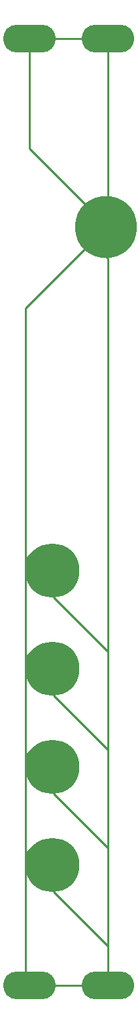
<source format=gbr>
%TF.GenerationSoftware,KiCad,Pcbnew,(5.1.6)-1*%
%TF.CreationDate,2021-04-21T22:03:43+02:00*%
%TF.ProjectId,answertainty faceplate,616e7377-6572-4746-9169-6e7479206661,rev?*%
%TF.SameCoordinates,Original*%
%TF.FileFunction,Copper,L2,Bot*%
%TF.FilePolarity,Positive*%
%FSLAX46Y46*%
G04 Gerber Fmt 4.6, Leading zero omitted, Abs format (unit mm)*
G04 Created by KiCad (PCBNEW (5.1.6)-1) date 2021-04-21 22:03:43*
%MOMM*%
%LPD*%
G01*
G04 APERTURE LIST*
%TA.AperFunction,WasherPad*%
%ADD10C,8.000000*%
%TD*%
%TA.AperFunction,WasherPad*%
%ADD11C,7.000000*%
%TD*%
%TA.AperFunction,WasherPad*%
%ADD12O,6.800000X3.600000*%
%TD*%
%TA.AperFunction,Conductor*%
%ADD13C,0.250000*%
%TD*%
G04 APERTURE END LIST*
D10*
%TO.P,REF\u002A\u002A,*%
%TO.N,*%
X119000000Y-78220000D03*
%TD*%
D11*
%TO.P,REF\u002A\u002A,*%
%TO.N,*%
X112000000Y-122650000D03*
%TD*%
%TO.P,REF\u002A\u002A,*%
%TO.N,*%
X112000000Y-135370000D03*
%TD*%
%TO.P,REF\u002A\u002A,*%
%TO.N,*%
X112000000Y-148070000D03*
%TD*%
%TO.P,REF\u002A\u002A,*%
%TO.N,*%
X112000000Y-160770000D03*
%TD*%
D12*
%TO.P,REF\u002A\u002A,*%
%TO.N,*%
X109100000Y-53800000D03*
%TD*%
%TO.P,REF\u002A\u002A,*%
%TO.N,*%
X119260000Y-53800000D03*
%TD*%
%TO.P,REF\u002A\u002A,*%
%TO.N,*%
X119260000Y-176370000D03*
%TD*%
%TO.P,REF\u002A\u002A,*%
%TO.N,*%
X109100000Y-176370000D03*
%TD*%
D13*
%TO.N,*%
X112000000Y-160770000D02*
X112000000Y-160260000D01*
X109100000Y-176370000D02*
X108546909Y-175816909D01*
X111081142Y-158284480D02*
X110991493Y-158319486D01*
X112000000Y-160770000D02*
X112000000Y-159203338D01*
X112000000Y-159203338D02*
X111081142Y-158284480D01*
X119260000Y-74248213D02*
X119346949Y-74335162D01*
X119260000Y-82348785D02*
X119032787Y-82121572D01*
X109100000Y-53800000D02*
X119260000Y-53800000D01*
X109100000Y-53800000D02*
X109100000Y-68018875D01*
X109100000Y-68018875D02*
X116395748Y-75314623D01*
X119260000Y-53800000D02*
X119260000Y-74248213D01*
X108546909Y-88673091D02*
X116239685Y-80980316D01*
X109521699Y-158360435D02*
X109610099Y-158280451D01*
X108546909Y-159335225D02*
X109521699Y-158360435D01*
X109521699Y-145660435D02*
X109610099Y-145580451D01*
X108546909Y-175816909D02*
X108546909Y-146635225D01*
X108546909Y-146635225D02*
X109521699Y-145660435D01*
X109521699Y-132960435D02*
X109610099Y-132880451D01*
X108546909Y-133935225D02*
X109521699Y-132960435D01*
X108546909Y-175816909D02*
X108546909Y-133935225D01*
X109521699Y-120240435D02*
X109610099Y-120160451D01*
X108546909Y-121215225D02*
X109521699Y-120240435D01*
X108546909Y-175816909D02*
X108546909Y-88673091D01*
X108546909Y-175816909D02*
X108546909Y-121215225D01*
X108546909Y-175816909D02*
X108546909Y-159335225D01*
X119260000Y-176370000D02*
X109100000Y-176370000D01*
X119260000Y-176370000D02*
X119260000Y-133159683D01*
X119260000Y-158579683D02*
X112195769Y-151515452D01*
X119260000Y-145879683D02*
X112195769Y-138815452D01*
X119260000Y-176370000D02*
X119260000Y-145879683D01*
X119260000Y-176370000D02*
X119260000Y-158579683D01*
X119260000Y-176370000D02*
X119260000Y-171279683D01*
X119260000Y-171279683D02*
X112195769Y-164215452D01*
X119260000Y-176370000D02*
X119260000Y-82348785D01*
X119260000Y-133159683D02*
X112195769Y-126095452D01*
%TD*%
M02*

</source>
